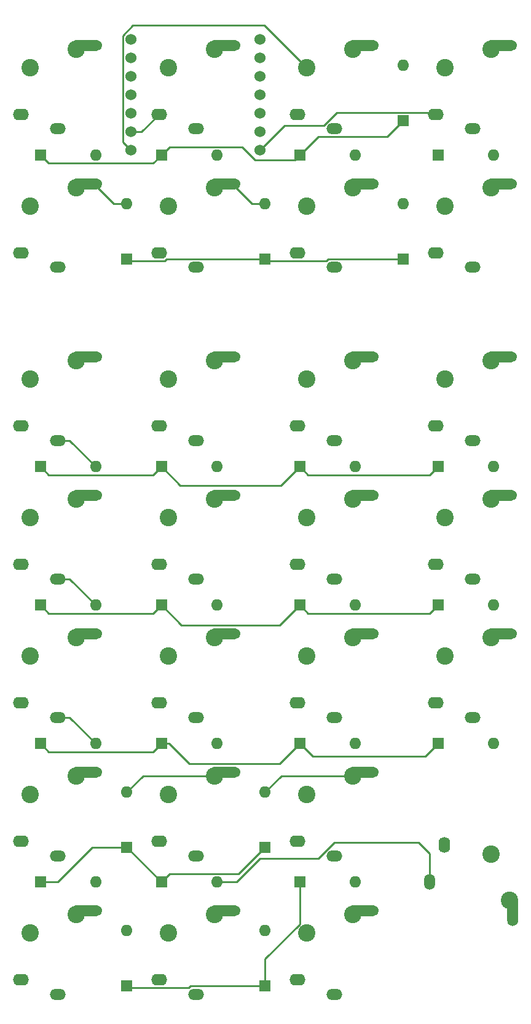
<source format=gbr>
%TF.GenerationSoftware,KiCad,Pcbnew,(7.0.0)*%
%TF.CreationDate,2023-04-04T17:59:29+09:00*%
%TF.ProjectId,fric10key,66726963-3130-46b6-9579-2e6b69636164,rev?*%
%TF.SameCoordinates,Original*%
%TF.FileFunction,Copper,L2,Bot*%
%TF.FilePolarity,Positive*%
%FSLAX46Y46*%
G04 Gerber Fmt 4.6, Leading zero omitted, Abs format (unit mm)*
G04 Created by KiCad (PCBNEW (7.0.0)) date 2023-04-04 17:59:29*
%MOMM*%
%LPD*%
G01*
G04 APERTURE LIST*
G04 Aperture macros list*
%AMHorizOval*
0 Thick line with rounded ends*
0 $1 width*
0 $2 $3 position (X,Y) of the first rounded end (center of the circle)*
0 $4 $5 position (X,Y) of the second rounded end (center of the circle)*
0 Add line between two ends*
20,1,$1,$2,$3,$4,$5,0*
0 Add two circle primitives to create the rounded ends*
1,1,$1,$2,$3*
1,1,$1,$4,$5*%
G04 Aperture macros list end*
%TA.AperFunction,ComponentPad*%
%ADD10R,1.600000X1.600000*%
%TD*%
%TA.AperFunction,ComponentPad*%
%ADD11O,1.600000X1.600000*%
%TD*%
%TA.AperFunction,ComponentPad*%
%ADD12O,2.200000X1.600000*%
%TD*%
%TA.AperFunction,ComponentPad*%
%ADD13C,2.400000*%
%TD*%
%TA.AperFunction,ComponentPad*%
%ADD14O,2.200000X1.500000*%
%TD*%
%TA.AperFunction,ComponentPad*%
%ADD15HorizOval,1.500000X1.449945X0.012653X-1.449945X-0.012653X0*%
%TD*%
%TA.AperFunction,ComponentPad*%
%ADD16O,1.600000X2.200000*%
%TD*%
%TA.AperFunction,ComponentPad*%
%ADD17O,1.500000X2.200000*%
%TD*%
%TA.AperFunction,ComponentPad*%
%ADD18HorizOval,1.500000X0.012653X-1.449945X-0.012653X1.449945X0*%
%TD*%
%TA.AperFunction,ComponentPad*%
%ADD19C,1.524000*%
%TD*%
%TA.AperFunction,Conductor*%
%ADD20C,0.250000*%
%TD*%
G04 APERTURE END LIST*
D10*
%TO.P,D8,1,K*%
%TO.N,ROW2*%
X152399999Y-42862499D03*
D11*
%TO.P,D8,2,A*%
%TO.N,Net-(D8-A)*%
X160019999Y-42862499D03*
%TD*%
D12*
%TO.P,SW23,1,1*%
%TO.N,COL3*%
X133012499Y-137249999D03*
D13*
X134302500Y-130810000D03*
D14*
%TO.P,SW23,2,2*%
%TO.N,Net-(D23-A)*%
X138112499Y-139249999D03*
D13*
X140652500Y-128270000D03*
D15*
X142012541Y-127809598D03*
%TD*%
D12*
%TO.P,SW4,1,1*%
%TO.N,COL4*%
X152062499Y-37237499D03*
D13*
X153352500Y-30797500D03*
D14*
%TO.P,SW4,2,2*%
%TO.N,Net-(D4-A)*%
X157162499Y-39237499D03*
D13*
X159702500Y-28257500D03*
D15*
X161062541Y-27797098D03*
%TD*%
D10*
%TO.P,D21,1,K*%
%TO.N,ROW6*%
X97631249Y-142874999D03*
D11*
%TO.P,D21,2,A*%
%TO.N,Net-(D21-A)*%
X105251249Y-142874999D03*
%TD*%
D12*
%TO.P,SW26,1,1*%
%TO.N,COL2*%
X113962499Y-156299999D03*
D13*
X115252500Y-149860000D03*
D14*
%TO.P,SW26,2,2*%
%TO.N,Net-(D26-A)*%
X119062499Y-158299999D03*
D13*
X121602500Y-147320000D03*
D15*
X122962541Y-146859598D03*
%TD*%
D10*
%TO.P,D6,1,K*%
%TO.N,ROW2*%
X128587499Y-57149999D03*
D11*
%TO.P,D6,2,A*%
%TO.N,Net-(D6-A)*%
X128587499Y-49529999D03*
%TD*%
D10*
%TO.P,D14,1,K*%
%TO.N,ROW4*%
X114299999Y-104774999D03*
D11*
%TO.P,D14,2,A*%
%TO.N,Net-(D14-A)*%
X121919999Y-104774999D03*
%TD*%
D10*
%TO.P,D13,1,K*%
%TO.N,ROW4*%
X97631249Y-104774999D03*
D11*
%TO.P,D13,2,A*%
%TO.N,Net-(D13-A)*%
X105251249Y-104774999D03*
%TD*%
D12*
%TO.P,SW19,1,1*%
%TO.N,COL3*%
X133012499Y-118199999D03*
D13*
X134302500Y-111760000D03*
D14*
%TO.P,SW19,2,2*%
%TO.N,Net-(D19-A)*%
X138112499Y-120199999D03*
D13*
X140652500Y-109220000D03*
D15*
X142012541Y-108759598D03*
%TD*%
D12*
%TO.P,SW14,1,1*%
%TO.N,COL2*%
X113962499Y-99149999D03*
D13*
X115252500Y-92710000D03*
D14*
%TO.P,SW14,2,2*%
%TO.N,Net-(D14-A)*%
X119062499Y-101149999D03*
D13*
X121602500Y-90170000D03*
D15*
X122962541Y-89709598D03*
%TD*%
D10*
%TO.P,D7,1,K*%
%TO.N,ROW2*%
X147637499Y-57149999D03*
D11*
%TO.P,D7,2,A*%
%TO.N,Net-(D7-A)*%
X147637499Y-49529999D03*
%TD*%
D12*
%TO.P,SW2,1,1*%
%TO.N,COL2*%
X113962499Y-37237499D03*
D13*
X115252500Y-30797500D03*
D14*
%TO.P,SW2,2,2*%
%TO.N,Net-(D2-A)*%
X119062499Y-39237499D03*
D13*
X121602500Y-28257500D03*
D15*
X122962541Y-27797098D03*
%TD*%
D12*
%TO.P,SW16,1,1*%
%TO.N,COL4*%
X152062499Y-99149999D03*
D13*
X153352500Y-92710000D03*
D14*
%TO.P,SW16,2,2*%
%TO.N,Net-(D16-A)*%
X157162499Y-101149999D03*
D13*
X159702500Y-90170000D03*
D15*
X161062541Y-89709598D03*
%TD*%
D16*
%TO.P,SW24,1,1*%
%TO.N,COL4*%
X153262499Y-137774999D03*
D13*
X159702500Y-139065000D03*
D17*
%TO.P,SW24,2,2*%
%TO.N,Net-(D24-A)*%
X151262499Y-142874999D03*
D13*
X162242500Y-145415000D03*
D18*
X162702900Y-146775041D03*
%TD*%
D10*
%TO.P,D12,1,K*%
%TO.N,ROW3*%
X152399999Y-85724999D03*
D11*
%TO.P,D12,2,A*%
%TO.N,Net-(D12-A)*%
X160019999Y-85724999D03*
%TD*%
D12*
%TO.P,SW20,1,1*%
%TO.N,COL4*%
X152062499Y-118199999D03*
D13*
X153352500Y-111760000D03*
D14*
%TO.P,SW20,2,2*%
%TO.N,Net-(D20-A)*%
X157162499Y-120199999D03*
D13*
X159702500Y-109220000D03*
D15*
X161062541Y-108759598D03*
%TD*%
D12*
%TO.P,SW3,1,1*%
%TO.N,COL3*%
X133012499Y-37237499D03*
D13*
X134302500Y-30797500D03*
D14*
%TO.P,SW3,2,2*%
%TO.N,Net-(D3-A)*%
X138112499Y-39237499D03*
D13*
X140652500Y-28257500D03*
D15*
X142012541Y-27797098D03*
%TD*%
D10*
%TO.P,D5,1,K*%
%TO.N,ROW2*%
X109537499Y-57149999D03*
D11*
%TO.P,D5,2,A*%
%TO.N,Net-(D5-A)*%
X109537499Y-49529999D03*
%TD*%
D12*
%TO.P,SW12,1,1*%
%TO.N,COL4*%
X152062499Y-80099999D03*
D13*
X153352500Y-73660000D03*
D14*
%TO.P,SW12,2,2*%
%TO.N,Net-(D12-A)*%
X157162499Y-82099999D03*
D13*
X159702500Y-71120000D03*
D15*
X161062541Y-70659598D03*
%TD*%
D12*
%TO.P,SW10,1,1*%
%TO.N,COL2*%
X113962499Y-80099999D03*
D13*
X115252500Y-73660000D03*
D14*
%TO.P,SW10,2,2*%
%TO.N,Net-(D10-A)*%
X119062499Y-82099999D03*
D13*
X121602500Y-71120000D03*
D15*
X122962541Y-70659598D03*
%TD*%
D10*
%TO.P,D1,1,K*%
%TO.N,ROW1*%
X97631249Y-42862499D03*
D11*
%TO.P,D1,2,A*%
%TO.N,Net-(D1-A)*%
X105251249Y-42862499D03*
%TD*%
D10*
%TO.P,D23,1,K*%
%TO.N,ROW6*%
X128587499Y-138112499D03*
D11*
%TO.P,D23,2,A*%
%TO.N,Net-(D23-A)*%
X128587499Y-130492499D03*
%TD*%
D10*
%TO.P,D26,1,K*%
%TO.N,ROW7*%
X128587499Y-157162499D03*
D11*
%TO.P,D26,2,A*%
%TO.N,Net-(D26-A)*%
X128587499Y-149542499D03*
%TD*%
D10*
%TO.P,D24,1,K*%
%TO.N,ROW6*%
X114299999Y-142874999D03*
D11*
%TO.P,D24,2,A*%
%TO.N,Net-(D24-A)*%
X121919999Y-142874999D03*
%TD*%
D10*
%TO.P,D3,1,K*%
%TO.N,ROW1*%
X133349999Y-42862499D03*
D11*
%TO.P,D3,2,A*%
%TO.N,Net-(D3-A)*%
X140969999Y-42862499D03*
%TD*%
D12*
%TO.P,SW1,1,1*%
%TO.N,COL1*%
X94912499Y-37237499D03*
D13*
X96202500Y-30797500D03*
D14*
%TO.P,SW1,2,2*%
%TO.N,Net-(D1-A)*%
X100012499Y-39237499D03*
D13*
X102552500Y-28257500D03*
D15*
X103912541Y-27797098D03*
%TD*%
D10*
%TO.P,D22,1,K*%
%TO.N,ROW6*%
X109537499Y-138112499D03*
D11*
%TO.P,D22,2,A*%
%TO.N,Net-(D22-A)*%
X109537499Y-130492499D03*
%TD*%
D12*
%TO.P,SW9,1,1*%
%TO.N,COL1*%
X94912499Y-80099999D03*
D13*
X96202500Y-73660000D03*
D14*
%TO.P,SW9,2,2*%
%TO.N,Net-(D9-A)*%
X100012499Y-82099999D03*
D13*
X102552500Y-71120000D03*
D15*
X103912541Y-70659598D03*
%TD*%
D10*
%TO.P,D11,1,K*%
%TO.N,ROW3*%
X133349999Y-85724999D03*
D11*
%TO.P,D11,2,A*%
%TO.N,Net-(D11-A)*%
X140969999Y-85724999D03*
%TD*%
D10*
%TO.P,D4,1,K*%
%TO.N,ROW1*%
X147637499Y-38099999D03*
D11*
%TO.P,D4,2,A*%
%TO.N,Net-(D4-A)*%
X147637499Y-30479999D03*
%TD*%
D10*
%TO.P,D17,1,K*%
%TO.N,ROW5*%
X97631249Y-123824999D03*
D11*
%TO.P,D17,2,A*%
%TO.N,Net-(D17-A)*%
X105251249Y-123824999D03*
%TD*%
D12*
%TO.P,SW27,1,1*%
%TO.N,COL3*%
X133012499Y-156299999D03*
D13*
X134302500Y-149860000D03*
D14*
%TO.P,SW27,2,2*%
%TO.N,Net-(D27-A)*%
X138112499Y-158299999D03*
D13*
X140652500Y-147320000D03*
D15*
X142012541Y-146859598D03*
%TD*%
D12*
%TO.P,SW18,1,1*%
%TO.N,COL2*%
X113962499Y-118199999D03*
D13*
X115252500Y-111760000D03*
D14*
%TO.P,SW18,2,2*%
%TO.N,Net-(D18-A)*%
X119062499Y-120199999D03*
D13*
X121602500Y-109220000D03*
D15*
X122962541Y-108759598D03*
%TD*%
D12*
%TO.P,SW11,1,1*%
%TO.N,COL3*%
X133012499Y-80099999D03*
D13*
X134302500Y-73660000D03*
D14*
%TO.P,SW11,2,2*%
%TO.N,Net-(D11-A)*%
X138112499Y-82099999D03*
D13*
X140652500Y-71120000D03*
D15*
X142012541Y-70659598D03*
%TD*%
D10*
%TO.P,D20,1,K*%
%TO.N,ROW5*%
X152399999Y-123824999D03*
D11*
%TO.P,D20,2,A*%
%TO.N,Net-(D20-A)*%
X160019999Y-123824999D03*
%TD*%
D12*
%TO.P,SW25,1,1*%
%TO.N,COL1*%
X94912499Y-156299999D03*
D13*
X96202500Y-149860000D03*
D14*
%TO.P,SW25,2,2*%
%TO.N,Net-(D25-A)*%
X100012499Y-158299999D03*
D13*
X102552500Y-147320000D03*
D15*
X103912541Y-146859598D03*
%TD*%
D12*
%TO.P,SW6,1,1*%
%TO.N,COL2*%
X113962499Y-56287499D03*
D13*
X115252500Y-49847500D03*
D14*
%TO.P,SW6,2,2*%
%TO.N,Net-(D6-A)*%
X119062499Y-58287499D03*
D13*
X121602500Y-47307500D03*
D15*
X122962541Y-46847098D03*
%TD*%
D12*
%TO.P,SW15,1,1*%
%TO.N,COL3*%
X133012499Y-99149999D03*
D13*
X134302500Y-92710000D03*
D14*
%TO.P,SW15,2,2*%
%TO.N,Net-(D15-A)*%
X138112499Y-101149999D03*
D13*
X140652500Y-90170000D03*
D15*
X142012541Y-89709598D03*
%TD*%
D12*
%TO.P,SW5,1,1*%
%TO.N,COL1*%
X94912499Y-56287499D03*
D13*
X96202500Y-49847500D03*
D14*
%TO.P,SW5,2,2*%
%TO.N,Net-(D5-A)*%
X100012499Y-58287499D03*
D13*
X102552500Y-47307500D03*
D15*
X103912541Y-46847098D03*
%TD*%
D12*
%TO.P,SW22,1,1*%
%TO.N,COL2*%
X113962499Y-137249999D03*
D13*
X115252500Y-130810000D03*
D14*
%TO.P,SW22,2,2*%
%TO.N,Net-(D22-A)*%
X119062499Y-139249999D03*
D13*
X121602500Y-128270000D03*
D15*
X122962541Y-127809598D03*
%TD*%
D12*
%TO.P,SW17,1,1*%
%TO.N,COL1*%
X94912499Y-118199999D03*
D13*
X96202500Y-111760000D03*
D14*
%TO.P,SW17,2,2*%
%TO.N,Net-(D17-A)*%
X100012499Y-120199999D03*
D13*
X102552500Y-109220000D03*
D15*
X103912541Y-108759598D03*
%TD*%
D10*
%TO.P,D19,1,K*%
%TO.N,ROW5*%
X133349999Y-123824999D03*
D11*
%TO.P,D19,2,A*%
%TO.N,Net-(D19-A)*%
X140969999Y-123824999D03*
%TD*%
D10*
%TO.P,D9,1,K*%
%TO.N,ROW3*%
X97631249Y-85724999D03*
D11*
%TO.P,D9,2,A*%
%TO.N,Net-(D9-A)*%
X105251249Y-85724999D03*
%TD*%
D10*
%TO.P,D25,1,K*%
%TO.N,ROW7*%
X109537499Y-157162499D03*
D11*
%TO.P,D25,2,A*%
%TO.N,Net-(D25-A)*%
X109537499Y-149542499D03*
%TD*%
D10*
%TO.P,D10,1,K*%
%TO.N,ROW3*%
X114299999Y-85724999D03*
D11*
%TO.P,D10,2,A*%
%TO.N,Net-(D10-A)*%
X121919999Y-85724999D03*
%TD*%
D10*
%TO.P,D15,1,K*%
%TO.N,ROW4*%
X133349999Y-104774999D03*
D11*
%TO.P,D15,2,A*%
%TO.N,Net-(D15-A)*%
X140969999Y-104774999D03*
%TD*%
D12*
%TO.P,SW13,1,1*%
%TO.N,COL1*%
X94912499Y-99149999D03*
D13*
X96202500Y-92710000D03*
D14*
%TO.P,SW13,2,2*%
%TO.N,Net-(D13-A)*%
X100012499Y-101149999D03*
D13*
X102552500Y-90170000D03*
D15*
X103912541Y-89709598D03*
%TD*%
D10*
%TO.P,D27,1,K*%
%TO.N,ROW7*%
X133349999Y-142874999D03*
D11*
%TO.P,D27,2,A*%
%TO.N,Net-(D27-A)*%
X140969999Y-142874999D03*
%TD*%
D12*
%TO.P,SW7,1,1*%
%TO.N,COL3*%
X133012499Y-56287499D03*
D13*
X134302500Y-49847500D03*
D14*
%TO.P,SW7,2,2*%
%TO.N,Net-(D7-A)*%
X138112499Y-58287499D03*
D13*
X140652500Y-47307500D03*
D15*
X142012541Y-46847098D03*
%TD*%
D10*
%TO.P,D16,1,K*%
%TO.N,ROW4*%
X152399999Y-104774999D03*
D11*
%TO.P,D16,2,A*%
%TO.N,Net-(D16-A)*%
X160019999Y-104774999D03*
%TD*%
D10*
%TO.P,D2,1,K*%
%TO.N,ROW1*%
X114299999Y-42862499D03*
D11*
%TO.P,D2,2,A*%
%TO.N,Net-(D2-A)*%
X121919999Y-42862499D03*
%TD*%
D12*
%TO.P,SW8,1,1*%
%TO.N,COL4*%
X152062499Y-56287499D03*
D13*
X153352500Y-49847500D03*
D14*
%TO.P,SW8,2,2*%
%TO.N,Net-(D8-A)*%
X157162499Y-58287499D03*
D13*
X159702500Y-47307500D03*
D15*
X161062541Y-46847098D03*
%TD*%
D12*
%TO.P,SW21,1,1*%
%TO.N,COL1*%
X94912499Y-137249999D03*
D13*
X96202500Y-130810000D03*
D14*
%TO.P,SW21,2,2*%
%TO.N,Net-(D21-A)*%
X100012499Y-139249999D03*
D13*
X102552500Y-128270000D03*
D15*
X103912541Y-127809598D03*
%TD*%
D10*
%TO.P,D18,1,K*%
%TO.N,ROW5*%
X114299999Y-123824999D03*
D11*
%TO.P,D18,2,A*%
%TO.N,Net-(D18-A)*%
X121919999Y-123824999D03*
%TD*%
D19*
%TO.P,U1,1,PA02_A0_D0*%
%TO.N,ROW1*%
X127900000Y-26920000D03*
%TO.P,U1,2,PA4_A1_D1*%
%TO.N,ROW2*%
X127900000Y-29460000D03*
%TO.P,U1,3,PA10_A2_D2*%
%TO.N,ROW3*%
X127900000Y-32000000D03*
%TO.P,U1,4,PA11_A3_D3*%
%TO.N,ROW4*%
X127900000Y-34540000D03*
%TO.P,U1,5,PA8_A4_D4_SDA*%
%TO.N,ROW5*%
X127900000Y-37080000D03*
%TO.P,U1,6,PA9_A5_D5_SCL*%
%TO.N,ROW6*%
X127900000Y-39620000D03*
%TO.P,U1,7,PB08_A6_D6_TX*%
%TO.N,COL4*%
X127900000Y-42160000D03*
%TO.P,U1,8,PB09_A7_D7_RX*%
%TO.N,COL3*%
X110120000Y-42160000D03*
%TO.P,U1,9,PA7_A8_D8_SCK*%
%TO.N,COL2*%
X110120000Y-39620000D03*
%TO.P,U1,10,PA5_A9_D9_MISO*%
%TO.N,COL1*%
X110120000Y-37080000D03*
%TO.P,U1,11,PA6_A10_D10_MOSI*%
%TO.N,ROW7*%
X110120000Y-34540000D03*
%TO.P,U1,12,3V3*%
%TO.N,VCC*%
X110120000Y-32000000D03*
%TO.P,U1,13,GND*%
%TO.N,GND*%
X110120000Y-29460000D03*
%TO.P,U1,14,5V*%
%TO.N,unconnected-(U1-5V-Pad14)*%
X110120000Y-26920000D03*
%TD*%
D20*
%TO.N,ROW1*%
X127200000Y-43500000D02*
X132712500Y-43500000D01*
X113175000Y-43987500D02*
X98756250Y-43987500D01*
X114300000Y-42862500D02*
X115425000Y-41737500D01*
X135900000Y-40312500D02*
X133350000Y-42862500D01*
X147637500Y-38100000D02*
X145425000Y-40312500D01*
X98756250Y-43987500D02*
X97631250Y-42862500D01*
X125437500Y-41737500D02*
X127200000Y-43500000D01*
X132712500Y-43500000D02*
X133350000Y-42862500D01*
X115425000Y-41737500D02*
X125437500Y-41737500D01*
X145425000Y-40312500D02*
X135900000Y-40312500D01*
X114300000Y-42862500D02*
X113175000Y-43987500D01*
%TO.N,ROW2*%
X109800000Y-57412500D02*
X114728490Y-57412500D01*
X109537500Y-57150000D02*
X109800000Y-57412500D01*
X136987500Y-57412500D02*
X137250000Y-57150000D01*
X114728490Y-57412500D02*
X114990990Y-57150000D01*
X137250000Y-57150000D02*
X147637500Y-57150000D01*
X114990990Y-57150000D02*
X128587500Y-57150000D01*
X128850000Y-57412500D02*
X136987500Y-57412500D01*
X128587500Y-57150000D02*
X128850000Y-57412500D01*
%TO.N,Net-(D5-A)*%
X107705000Y-49530000D02*
X109537500Y-49530000D01*
X105012500Y-46837500D02*
X107705000Y-49530000D01*
%TO.N,Net-(D6-A)*%
X124062500Y-46837500D02*
X126755000Y-49530000D01*
X126755000Y-49530000D02*
X128587500Y-49530000D01*
%TO.N,ROW3*%
X113175000Y-86850000D02*
X98756250Y-86850000D01*
X134475000Y-86850000D02*
X151275000Y-86850000D01*
X114300000Y-85725000D02*
X116875000Y-88300000D01*
X133350000Y-85725000D02*
X134475000Y-86850000D01*
X116875000Y-88300000D02*
X130775000Y-88300000D01*
X98756250Y-86850000D02*
X97631250Y-85725000D01*
X114300000Y-85725000D02*
X113175000Y-86850000D01*
X151275000Y-86850000D02*
X152400000Y-85725000D01*
X130775000Y-88300000D02*
X133350000Y-85725000D01*
%TO.N,Net-(D9-A)*%
X101626250Y-82100000D02*
X105251250Y-85725000D01*
X100012500Y-82100000D02*
X101626250Y-82100000D01*
%TO.N,ROW4*%
X113175000Y-105900000D02*
X98756250Y-105900000D01*
X117025000Y-107500000D02*
X130625000Y-107500000D01*
X114300000Y-104775000D02*
X113175000Y-105900000D01*
X134475000Y-105900000D02*
X151275000Y-105900000D01*
X133350000Y-104775000D02*
X134475000Y-105900000D01*
X130625000Y-107500000D02*
X133350000Y-104775000D01*
X151275000Y-105900000D02*
X152400000Y-104775000D01*
X98756250Y-105900000D02*
X97631250Y-104775000D01*
X114300000Y-104775000D02*
X117025000Y-107500000D01*
%TO.N,Net-(D13-A)*%
X101626250Y-101150000D02*
X105251250Y-104775000D01*
X100012500Y-101150000D02*
X101626250Y-101150000D01*
%TO.N,ROW5*%
X135125000Y-125600000D02*
X150625000Y-125600000D01*
X118125000Y-126600000D02*
X130575000Y-126600000D01*
X115350000Y-123825000D02*
X118125000Y-126600000D01*
X114300000Y-123825000D02*
X113175000Y-124950000D01*
X150625000Y-125600000D02*
X152400000Y-123825000D01*
X133350000Y-123825000D02*
X135125000Y-125600000D01*
X113175000Y-124950000D02*
X98756250Y-124950000D01*
X114300000Y-123825000D02*
X115350000Y-123825000D01*
X98756250Y-124950000D02*
X97631250Y-123825000D01*
X130575000Y-126600000D02*
X133350000Y-123825000D01*
%TO.N,Net-(D17-A)*%
X101626250Y-120200000D02*
X105251250Y-123825000D01*
X100012500Y-120200000D02*
X101626250Y-120200000D01*
%TO.N,ROW6*%
X109537500Y-138112500D02*
X104775000Y-138112500D01*
X115425000Y-141750000D02*
X124950000Y-141750000D01*
X114300000Y-142875000D02*
X109537500Y-138112500D01*
X114300000Y-142875000D02*
X115425000Y-141750000D01*
X100012500Y-142875000D02*
X97631250Y-142875000D01*
X104775000Y-138112500D02*
X100012500Y-142875000D01*
X124950000Y-141750000D02*
X128587500Y-138112500D01*
%TO.N,Net-(D22-A)*%
X109537500Y-130492500D02*
X111760000Y-128270000D01*
X111760000Y-128270000D02*
X121602500Y-128270000D01*
%TO.N,Net-(D23-A)*%
X140652500Y-128270000D02*
X130810000Y-128270000D01*
X130810000Y-128270000D02*
X128587500Y-130492500D01*
%TO.N,Net-(D24-A)*%
X135892220Y-139600000D02*
X127900000Y-139600000D01*
X151262500Y-142875000D02*
X151262500Y-138962500D01*
X151262500Y-138962500D02*
X149700000Y-137400000D01*
X149700000Y-137400000D02*
X138092220Y-137400000D01*
X127900000Y-139600000D02*
X124625000Y-142875000D01*
X138092220Y-137400000D02*
X135892220Y-139600000D01*
X124625000Y-142875000D02*
X121920000Y-142875000D01*
%TO.N,ROW7*%
X118329720Y-157162500D02*
X128587500Y-157162500D01*
X109537500Y-157162500D02*
X109800000Y-157425000D01*
X133350000Y-142875000D02*
X133350000Y-148655824D01*
X109800000Y-157425000D02*
X118067220Y-157425000D01*
X133350000Y-148655824D02*
X128587500Y-153418324D01*
X128587500Y-153418324D02*
X128587500Y-157162500D01*
X118067220Y-157425000D02*
X118329720Y-157162500D01*
%TO.N,COL2*%
X111580000Y-39620000D02*
X113962500Y-37237500D01*
X110120000Y-39620000D02*
X111580000Y-39620000D01*
%TO.N,COL3*%
X110120000Y-42160000D02*
X109000000Y-41040000D01*
X128505000Y-25000000D02*
X134302500Y-30797500D01*
X109000000Y-41040000D02*
X109000000Y-26400000D01*
X110400000Y-25000000D02*
X128505000Y-25000000D01*
X109000000Y-26400000D02*
X110400000Y-25000000D01*
%TO.N,COL4*%
X136687500Y-38792220D02*
X138504720Y-36975000D01*
X138504720Y-36975000D02*
X151800000Y-36975000D01*
X127900000Y-42160000D02*
X131267780Y-38792220D01*
X131267780Y-38792220D02*
X136687500Y-38792220D01*
X151800000Y-36975000D02*
X152062500Y-37237500D01*
%TD*%
M02*

</source>
